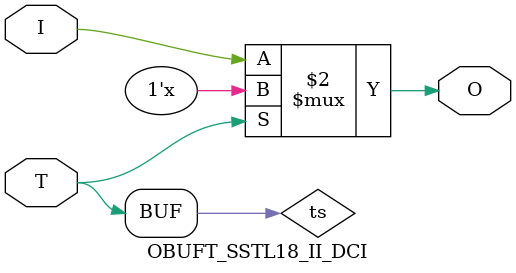
<source format=v>

/*

FUNCTION	: TRI-STATE OUTPUT BUFFER

*/

`celldefine
`timescale  100 ps / 10 ps

module OBUFT_SSTL18_II_DCI (O, I, T);

    output O;

    input  I, T;

    or O1 (ts, 1'b0, T);
    bufif0 T1 (O, I, ts);

endmodule

</source>
